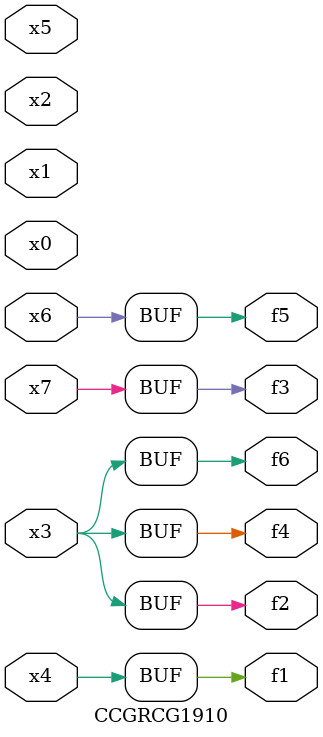
<source format=v>
module CCGRCG1910(
	input x0, x1, x2, x3, x4, x5, x6, x7,
	output f1, f2, f3, f4, f5, f6
);
	assign f1 = x4;
	assign f2 = x3;
	assign f3 = x7;
	assign f4 = x3;
	assign f5 = x6;
	assign f6 = x3;
endmodule

</source>
